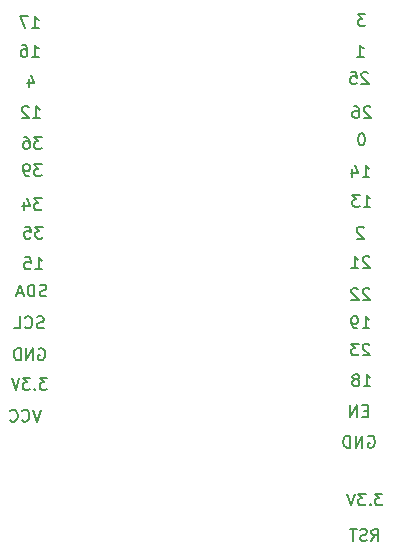
<source format=gbr>
%TF.GenerationSoftware,KiCad,Pcbnew,6.0.7-f9a2dced07~116~ubuntu20.04.1*%
%TF.CreationDate,2022-07-30T18:15:20+02:00*%
%TF.ProjectId,fatrug,66617472-7567-42e6-9b69-6361645f7063,rev?*%
%TF.SameCoordinates,Original*%
%TF.FileFunction,Legend,Bot*%
%TF.FilePolarity,Positive*%
%FSLAX46Y46*%
G04 Gerber Fmt 4.6, Leading zero omitted, Abs format (unit mm)*
G04 Created by KiCad (PCBNEW 6.0.7-f9a2dced07~116~ubuntu20.04.1) date 2022-07-30 18:15:20*
%MOMM*%
%LPD*%
G01*
G04 APERTURE LIST*
%ADD10C,0.150000*%
G04 APERTURE END LIST*
D10*
X66958333Y-92777380D02*
X66625000Y-93777380D01*
X66291666Y-92777380D01*
X65386904Y-93682142D02*
X65434523Y-93729761D01*
X65577380Y-93777380D01*
X65672619Y-93777380D01*
X65815476Y-93729761D01*
X65910714Y-93634523D01*
X65958333Y-93539285D01*
X66005952Y-93348809D01*
X66005952Y-93205952D01*
X65958333Y-93015476D01*
X65910714Y-92920238D01*
X65815476Y-92825000D01*
X65672619Y-92777380D01*
X65577380Y-92777380D01*
X65434523Y-92825000D01*
X65386904Y-92872619D01*
X64386904Y-93682142D02*
X64434523Y-93729761D01*
X64577380Y-93777380D01*
X64672619Y-93777380D01*
X64815476Y-93729761D01*
X64910714Y-93634523D01*
X64958333Y-93539285D01*
X65005952Y-93348809D01*
X65005952Y-93205952D01*
X64958333Y-93015476D01*
X64910714Y-92920238D01*
X64815476Y-92825000D01*
X64672619Y-92777380D01*
X64577380Y-92777380D01*
X64434523Y-92825000D01*
X64386904Y-92872619D01*
X67501190Y-90077380D02*
X66882142Y-90077380D01*
X67215476Y-90458333D01*
X67072619Y-90458333D01*
X66977380Y-90505952D01*
X66929761Y-90553571D01*
X66882142Y-90648809D01*
X66882142Y-90886904D01*
X66929761Y-90982142D01*
X66977380Y-91029761D01*
X67072619Y-91077380D01*
X67358333Y-91077380D01*
X67453571Y-91029761D01*
X67501190Y-90982142D01*
X66453571Y-90982142D02*
X66405952Y-91029761D01*
X66453571Y-91077380D01*
X66501190Y-91029761D01*
X66453571Y-90982142D01*
X66453571Y-91077380D01*
X66072619Y-90077380D02*
X65453571Y-90077380D01*
X65786904Y-90458333D01*
X65644047Y-90458333D01*
X65548809Y-90505952D01*
X65501190Y-90553571D01*
X65453571Y-90648809D01*
X65453571Y-90886904D01*
X65501190Y-90982142D01*
X65548809Y-91029761D01*
X65644047Y-91077380D01*
X65929761Y-91077380D01*
X66025000Y-91029761D01*
X66072619Y-90982142D01*
X65167857Y-90077380D02*
X64834523Y-91077380D01*
X64501190Y-90077380D01*
X66786904Y-87625000D02*
X66882142Y-87577380D01*
X67025000Y-87577380D01*
X67167857Y-87625000D01*
X67263095Y-87720238D01*
X67310714Y-87815476D01*
X67358333Y-88005952D01*
X67358333Y-88148809D01*
X67310714Y-88339285D01*
X67263095Y-88434523D01*
X67167857Y-88529761D01*
X67025000Y-88577380D01*
X66929761Y-88577380D01*
X66786904Y-88529761D01*
X66739285Y-88482142D01*
X66739285Y-88148809D01*
X66929761Y-88148809D01*
X66310714Y-88577380D02*
X66310714Y-87577380D01*
X65739285Y-88577380D01*
X65739285Y-87577380D01*
X65263095Y-88577380D02*
X65263095Y-87577380D01*
X65025000Y-87577380D01*
X64882142Y-87625000D01*
X64786904Y-87720238D01*
X64739285Y-87815476D01*
X64691666Y-88005952D01*
X64691666Y-88148809D01*
X64739285Y-88339285D01*
X64786904Y-88434523D01*
X64882142Y-88529761D01*
X65025000Y-88577380D01*
X65263095Y-88577380D01*
X67215476Y-85829761D02*
X67072619Y-85877380D01*
X66834523Y-85877380D01*
X66739285Y-85829761D01*
X66691666Y-85782142D01*
X66644047Y-85686904D01*
X66644047Y-85591666D01*
X66691666Y-85496428D01*
X66739285Y-85448809D01*
X66834523Y-85401190D01*
X67025000Y-85353571D01*
X67120238Y-85305952D01*
X67167857Y-85258333D01*
X67215476Y-85163095D01*
X67215476Y-85067857D01*
X67167857Y-84972619D01*
X67120238Y-84925000D01*
X67025000Y-84877380D01*
X66786904Y-84877380D01*
X66644047Y-84925000D01*
X65644047Y-85782142D02*
X65691666Y-85829761D01*
X65834523Y-85877380D01*
X65929761Y-85877380D01*
X66072619Y-85829761D01*
X66167857Y-85734523D01*
X66215476Y-85639285D01*
X66263095Y-85448809D01*
X66263095Y-85305952D01*
X66215476Y-85115476D01*
X66167857Y-85020238D01*
X66072619Y-84925000D01*
X65929761Y-84877380D01*
X65834523Y-84877380D01*
X65691666Y-84925000D01*
X65644047Y-84972619D01*
X64739285Y-85877380D02*
X65215476Y-85877380D01*
X65215476Y-84877380D01*
X67439285Y-83129761D02*
X67296428Y-83177380D01*
X67058333Y-83177380D01*
X66963095Y-83129761D01*
X66915476Y-83082142D01*
X66867857Y-82986904D01*
X66867857Y-82891666D01*
X66915476Y-82796428D01*
X66963095Y-82748809D01*
X67058333Y-82701190D01*
X67248809Y-82653571D01*
X67344047Y-82605952D01*
X67391666Y-82558333D01*
X67439285Y-82463095D01*
X67439285Y-82367857D01*
X67391666Y-82272619D01*
X67344047Y-82225000D01*
X67248809Y-82177380D01*
X67010714Y-82177380D01*
X66867857Y-82225000D01*
X66439285Y-83177380D02*
X66439285Y-82177380D01*
X66201190Y-82177380D01*
X66058333Y-82225000D01*
X65963095Y-82320238D01*
X65915476Y-82415476D01*
X65867857Y-82605952D01*
X65867857Y-82748809D01*
X65915476Y-82939285D01*
X65963095Y-83034523D01*
X66058333Y-83129761D01*
X66201190Y-83177380D01*
X66439285Y-83177380D01*
X65486904Y-82891666D02*
X65010714Y-82891666D01*
X65582142Y-83177380D02*
X65248809Y-82177380D01*
X64915476Y-83177380D01*
X66515476Y-80877380D02*
X67086904Y-80877380D01*
X66801190Y-80877380D02*
X66801190Y-79877380D01*
X66896428Y-80020238D01*
X66991666Y-80115476D01*
X67086904Y-80163095D01*
X65610714Y-79877380D02*
X66086904Y-79877380D01*
X66134523Y-80353571D01*
X66086904Y-80305952D01*
X65991666Y-80258333D01*
X65753571Y-80258333D01*
X65658333Y-80305952D01*
X65610714Y-80353571D01*
X65563095Y-80448809D01*
X65563095Y-80686904D01*
X65610714Y-80782142D01*
X65658333Y-80829761D01*
X65753571Y-80877380D01*
X65991666Y-80877380D01*
X66086904Y-80829761D01*
X66134523Y-80782142D01*
X67134523Y-77277380D02*
X66515476Y-77277380D01*
X66848809Y-77658333D01*
X66705952Y-77658333D01*
X66610714Y-77705952D01*
X66563095Y-77753571D01*
X66515476Y-77848809D01*
X66515476Y-78086904D01*
X66563095Y-78182142D01*
X66610714Y-78229761D01*
X66705952Y-78277380D01*
X66991666Y-78277380D01*
X67086904Y-78229761D01*
X67134523Y-78182142D01*
X65610714Y-77277380D02*
X66086904Y-77277380D01*
X66134523Y-77753571D01*
X66086904Y-77705952D01*
X65991666Y-77658333D01*
X65753571Y-77658333D01*
X65658333Y-77705952D01*
X65610714Y-77753571D01*
X65563095Y-77848809D01*
X65563095Y-78086904D01*
X65610714Y-78182142D01*
X65658333Y-78229761D01*
X65753571Y-78277380D01*
X65991666Y-78277380D01*
X66086904Y-78229761D01*
X66134523Y-78182142D01*
X67034523Y-74877380D02*
X66415476Y-74877380D01*
X66748809Y-75258333D01*
X66605952Y-75258333D01*
X66510714Y-75305952D01*
X66463095Y-75353571D01*
X66415476Y-75448809D01*
X66415476Y-75686904D01*
X66463095Y-75782142D01*
X66510714Y-75829761D01*
X66605952Y-75877380D01*
X66891666Y-75877380D01*
X66986904Y-75829761D01*
X67034523Y-75782142D01*
X65558333Y-75210714D02*
X65558333Y-75877380D01*
X65796428Y-74829761D02*
X66034523Y-75544047D01*
X65415476Y-75544047D01*
X67034523Y-71977380D02*
X66415476Y-71977380D01*
X66748809Y-72358333D01*
X66605952Y-72358333D01*
X66510714Y-72405952D01*
X66463095Y-72453571D01*
X66415476Y-72548809D01*
X66415476Y-72786904D01*
X66463095Y-72882142D01*
X66510714Y-72929761D01*
X66605952Y-72977380D01*
X66891666Y-72977380D01*
X66986904Y-72929761D01*
X67034523Y-72882142D01*
X65939285Y-72977380D02*
X65748809Y-72977380D01*
X65653571Y-72929761D01*
X65605952Y-72882142D01*
X65510714Y-72739285D01*
X65463095Y-72548809D01*
X65463095Y-72167857D01*
X65510714Y-72072619D01*
X65558333Y-72025000D01*
X65653571Y-71977380D01*
X65844047Y-71977380D01*
X65939285Y-72025000D01*
X65986904Y-72072619D01*
X66034523Y-72167857D01*
X66034523Y-72405952D01*
X65986904Y-72501190D01*
X65939285Y-72548809D01*
X65844047Y-72596428D01*
X65653571Y-72596428D01*
X65558333Y-72548809D01*
X65510714Y-72501190D01*
X65463095Y-72405952D01*
X67034523Y-69677380D02*
X66415476Y-69677380D01*
X66748809Y-70058333D01*
X66605952Y-70058333D01*
X66510714Y-70105952D01*
X66463095Y-70153571D01*
X66415476Y-70248809D01*
X66415476Y-70486904D01*
X66463095Y-70582142D01*
X66510714Y-70629761D01*
X66605952Y-70677380D01*
X66891666Y-70677380D01*
X66986904Y-70629761D01*
X67034523Y-70582142D01*
X65558333Y-69677380D02*
X65748809Y-69677380D01*
X65844047Y-69725000D01*
X65891666Y-69772619D01*
X65986904Y-69915476D01*
X66034523Y-70105952D01*
X66034523Y-70486904D01*
X65986904Y-70582142D01*
X65939285Y-70629761D01*
X65844047Y-70677380D01*
X65653571Y-70677380D01*
X65558333Y-70629761D01*
X65510714Y-70582142D01*
X65463095Y-70486904D01*
X65463095Y-70248809D01*
X65510714Y-70153571D01*
X65558333Y-70105952D01*
X65653571Y-70058333D01*
X65844047Y-70058333D01*
X65939285Y-70105952D01*
X65986904Y-70153571D01*
X66034523Y-70248809D01*
X66315476Y-68077380D02*
X66886904Y-68077380D01*
X66601190Y-68077380D02*
X66601190Y-67077380D01*
X66696428Y-67220238D01*
X66791666Y-67315476D01*
X66886904Y-67363095D01*
X65934523Y-67172619D02*
X65886904Y-67125000D01*
X65791666Y-67077380D01*
X65553571Y-67077380D01*
X65458333Y-67125000D01*
X65410714Y-67172619D01*
X65363095Y-67267857D01*
X65363095Y-67363095D01*
X65410714Y-67505952D01*
X65982142Y-68077380D01*
X65363095Y-68077380D01*
X65934523Y-64810714D02*
X65934523Y-65477380D01*
X66172619Y-64429761D02*
X66410714Y-65144047D01*
X65791666Y-65144047D01*
X66215476Y-62877380D02*
X66786904Y-62877380D01*
X66501190Y-62877380D02*
X66501190Y-61877380D01*
X66596428Y-62020238D01*
X66691666Y-62115476D01*
X66786904Y-62163095D01*
X65358333Y-61877380D02*
X65548809Y-61877380D01*
X65644047Y-61925000D01*
X65691666Y-61972619D01*
X65786904Y-62115476D01*
X65834523Y-62305952D01*
X65834523Y-62686904D01*
X65786904Y-62782142D01*
X65739285Y-62829761D01*
X65644047Y-62877380D01*
X65453571Y-62877380D01*
X65358333Y-62829761D01*
X65310714Y-62782142D01*
X65263095Y-62686904D01*
X65263095Y-62448809D01*
X65310714Y-62353571D01*
X65358333Y-62305952D01*
X65453571Y-62258333D01*
X65644047Y-62258333D01*
X65739285Y-62305952D01*
X65786904Y-62353571D01*
X65834523Y-62448809D01*
X66215476Y-60477380D02*
X66786904Y-60477380D01*
X66501190Y-60477380D02*
X66501190Y-59477380D01*
X66596428Y-59620238D01*
X66691666Y-59715476D01*
X66786904Y-59763095D01*
X65882142Y-59477380D02*
X65215476Y-59477380D01*
X65644047Y-60477380D01*
X94972619Y-103877380D02*
X95305952Y-103401190D01*
X95544047Y-103877380D02*
X95544047Y-102877380D01*
X95163095Y-102877380D01*
X95067857Y-102925000D01*
X95020238Y-102972619D01*
X94972619Y-103067857D01*
X94972619Y-103210714D01*
X95020238Y-103305952D01*
X95067857Y-103353571D01*
X95163095Y-103401190D01*
X95544047Y-103401190D01*
X94591666Y-103829761D02*
X94448809Y-103877380D01*
X94210714Y-103877380D01*
X94115476Y-103829761D01*
X94067857Y-103782142D01*
X94020238Y-103686904D01*
X94020238Y-103591666D01*
X94067857Y-103496428D01*
X94115476Y-103448809D01*
X94210714Y-103401190D01*
X94401190Y-103353571D01*
X94496428Y-103305952D01*
X94544047Y-103258333D01*
X94591666Y-103163095D01*
X94591666Y-103067857D01*
X94544047Y-102972619D01*
X94496428Y-102925000D01*
X94401190Y-102877380D01*
X94163095Y-102877380D01*
X94020238Y-102925000D01*
X93734523Y-102877380D02*
X93163095Y-102877380D01*
X93448809Y-103877380D02*
X93448809Y-102877380D01*
X95901190Y-99877380D02*
X95282142Y-99877380D01*
X95615476Y-100258333D01*
X95472619Y-100258333D01*
X95377380Y-100305952D01*
X95329761Y-100353571D01*
X95282142Y-100448809D01*
X95282142Y-100686904D01*
X95329761Y-100782142D01*
X95377380Y-100829761D01*
X95472619Y-100877380D01*
X95758333Y-100877380D01*
X95853571Y-100829761D01*
X95901190Y-100782142D01*
X94853571Y-100782142D02*
X94805952Y-100829761D01*
X94853571Y-100877380D01*
X94901190Y-100829761D01*
X94853571Y-100782142D01*
X94853571Y-100877380D01*
X94472619Y-99877380D02*
X93853571Y-99877380D01*
X94186904Y-100258333D01*
X94044047Y-100258333D01*
X93948809Y-100305952D01*
X93901190Y-100353571D01*
X93853571Y-100448809D01*
X93853571Y-100686904D01*
X93901190Y-100782142D01*
X93948809Y-100829761D01*
X94044047Y-100877380D01*
X94329761Y-100877380D01*
X94425000Y-100829761D01*
X94472619Y-100782142D01*
X93567857Y-99877380D02*
X93234523Y-100877380D01*
X92901190Y-99877380D01*
X94686904Y-95025000D02*
X94782142Y-94977380D01*
X94925000Y-94977380D01*
X95067857Y-95025000D01*
X95163095Y-95120238D01*
X95210714Y-95215476D01*
X95258333Y-95405952D01*
X95258333Y-95548809D01*
X95210714Y-95739285D01*
X95163095Y-95834523D01*
X95067857Y-95929761D01*
X94925000Y-95977380D01*
X94829761Y-95977380D01*
X94686904Y-95929761D01*
X94639285Y-95882142D01*
X94639285Y-95548809D01*
X94829761Y-95548809D01*
X94210714Y-95977380D02*
X94210714Y-94977380D01*
X93639285Y-95977380D01*
X93639285Y-94977380D01*
X93163095Y-95977380D02*
X93163095Y-94977380D01*
X92925000Y-94977380D01*
X92782142Y-95025000D01*
X92686904Y-95120238D01*
X92639285Y-95215476D01*
X92591666Y-95405952D01*
X92591666Y-95548809D01*
X92639285Y-95739285D01*
X92686904Y-95834523D01*
X92782142Y-95929761D01*
X92925000Y-95977380D01*
X93163095Y-95977380D01*
X94663095Y-92853571D02*
X94329761Y-92853571D01*
X94186904Y-93377380D02*
X94663095Y-93377380D01*
X94663095Y-92377380D01*
X94186904Y-92377380D01*
X93758333Y-93377380D02*
X93758333Y-92377380D01*
X93186904Y-93377380D01*
X93186904Y-92377380D01*
X94315476Y-90777380D02*
X94886904Y-90777380D01*
X94601190Y-90777380D02*
X94601190Y-89777380D01*
X94696428Y-89920238D01*
X94791666Y-90015476D01*
X94886904Y-90063095D01*
X93744047Y-90205952D02*
X93839285Y-90158333D01*
X93886904Y-90110714D01*
X93934523Y-90015476D01*
X93934523Y-89967857D01*
X93886904Y-89872619D01*
X93839285Y-89825000D01*
X93744047Y-89777380D01*
X93553571Y-89777380D01*
X93458333Y-89825000D01*
X93410714Y-89872619D01*
X93363095Y-89967857D01*
X93363095Y-90015476D01*
X93410714Y-90110714D01*
X93458333Y-90158333D01*
X93553571Y-90205952D01*
X93744047Y-90205952D01*
X93839285Y-90253571D01*
X93886904Y-90301190D01*
X93934523Y-90396428D01*
X93934523Y-90586904D01*
X93886904Y-90682142D01*
X93839285Y-90729761D01*
X93744047Y-90777380D01*
X93553571Y-90777380D01*
X93458333Y-90729761D01*
X93410714Y-90682142D01*
X93363095Y-90586904D01*
X93363095Y-90396428D01*
X93410714Y-90301190D01*
X93458333Y-90253571D01*
X93553571Y-90205952D01*
X94786904Y-87272619D02*
X94739285Y-87225000D01*
X94644047Y-87177380D01*
X94405952Y-87177380D01*
X94310714Y-87225000D01*
X94263095Y-87272619D01*
X94215476Y-87367857D01*
X94215476Y-87463095D01*
X94263095Y-87605952D01*
X94834523Y-88177380D01*
X94215476Y-88177380D01*
X93882142Y-87177380D02*
X93263095Y-87177380D01*
X93596428Y-87558333D01*
X93453571Y-87558333D01*
X93358333Y-87605952D01*
X93310714Y-87653571D01*
X93263095Y-87748809D01*
X93263095Y-87986904D01*
X93310714Y-88082142D01*
X93358333Y-88129761D01*
X93453571Y-88177380D01*
X93739285Y-88177380D01*
X93834523Y-88129761D01*
X93882142Y-88082142D01*
X94215476Y-85877380D02*
X94786904Y-85877380D01*
X94501190Y-85877380D02*
X94501190Y-84877380D01*
X94596428Y-85020238D01*
X94691666Y-85115476D01*
X94786904Y-85163095D01*
X93739285Y-85877380D02*
X93548809Y-85877380D01*
X93453571Y-85829761D01*
X93405952Y-85782142D01*
X93310714Y-85639285D01*
X93263095Y-85448809D01*
X93263095Y-85067857D01*
X93310714Y-84972619D01*
X93358333Y-84925000D01*
X93453571Y-84877380D01*
X93644047Y-84877380D01*
X93739285Y-84925000D01*
X93786904Y-84972619D01*
X93834523Y-85067857D01*
X93834523Y-85305952D01*
X93786904Y-85401190D01*
X93739285Y-85448809D01*
X93644047Y-85496428D01*
X93453571Y-85496428D01*
X93358333Y-85448809D01*
X93310714Y-85401190D01*
X93263095Y-85305952D01*
X94786904Y-82572619D02*
X94739285Y-82525000D01*
X94644047Y-82477380D01*
X94405952Y-82477380D01*
X94310714Y-82525000D01*
X94263095Y-82572619D01*
X94215476Y-82667857D01*
X94215476Y-82763095D01*
X94263095Y-82905952D01*
X94834523Y-83477380D01*
X94215476Y-83477380D01*
X93834523Y-82572619D02*
X93786904Y-82525000D01*
X93691666Y-82477380D01*
X93453571Y-82477380D01*
X93358333Y-82525000D01*
X93310714Y-82572619D01*
X93263095Y-82667857D01*
X93263095Y-82763095D01*
X93310714Y-82905952D01*
X93882142Y-83477380D01*
X93263095Y-83477380D01*
X94786904Y-79872619D02*
X94739285Y-79825000D01*
X94644047Y-79777380D01*
X94405952Y-79777380D01*
X94310714Y-79825000D01*
X94263095Y-79872619D01*
X94215476Y-79967857D01*
X94215476Y-80063095D01*
X94263095Y-80205952D01*
X94834523Y-80777380D01*
X94215476Y-80777380D01*
X93263095Y-80777380D02*
X93834523Y-80777380D01*
X93548809Y-80777380D02*
X93548809Y-79777380D01*
X93644047Y-79920238D01*
X93739285Y-80015476D01*
X93834523Y-80063095D01*
X94310714Y-77372619D02*
X94263095Y-77325000D01*
X94167857Y-77277380D01*
X93929761Y-77277380D01*
X93834523Y-77325000D01*
X93786904Y-77372619D01*
X93739285Y-77467857D01*
X93739285Y-77563095D01*
X93786904Y-77705952D01*
X94358333Y-78277380D01*
X93739285Y-78277380D01*
X94315476Y-75577380D02*
X94886904Y-75577380D01*
X94601190Y-75577380D02*
X94601190Y-74577380D01*
X94696428Y-74720238D01*
X94791666Y-74815476D01*
X94886904Y-74863095D01*
X93982142Y-74577380D02*
X93363095Y-74577380D01*
X93696428Y-74958333D01*
X93553571Y-74958333D01*
X93458333Y-75005952D01*
X93410714Y-75053571D01*
X93363095Y-75148809D01*
X93363095Y-75386904D01*
X93410714Y-75482142D01*
X93458333Y-75529761D01*
X93553571Y-75577380D01*
X93839285Y-75577380D01*
X93934523Y-75529761D01*
X93982142Y-75482142D01*
X94215476Y-73077380D02*
X94786904Y-73077380D01*
X94501190Y-73077380D02*
X94501190Y-72077380D01*
X94596428Y-72220238D01*
X94691666Y-72315476D01*
X94786904Y-72363095D01*
X93358333Y-72410714D02*
X93358333Y-73077380D01*
X93596428Y-72029761D02*
X93834523Y-72744047D01*
X93215476Y-72744047D01*
X94172619Y-69377380D02*
X94077380Y-69377380D01*
X93982142Y-69425000D01*
X93934523Y-69472619D01*
X93886904Y-69567857D01*
X93839285Y-69758333D01*
X93839285Y-69996428D01*
X93886904Y-70186904D01*
X93934523Y-70282142D01*
X93982142Y-70329761D01*
X94077380Y-70377380D01*
X94172619Y-70377380D01*
X94267857Y-70329761D01*
X94315476Y-70282142D01*
X94363095Y-70186904D01*
X94410714Y-69996428D01*
X94410714Y-69758333D01*
X94363095Y-69567857D01*
X94315476Y-69472619D01*
X94267857Y-69425000D01*
X94172619Y-69377380D01*
X94886904Y-67172619D02*
X94839285Y-67125000D01*
X94744047Y-67077380D01*
X94505952Y-67077380D01*
X94410714Y-67125000D01*
X94363095Y-67172619D01*
X94315476Y-67267857D01*
X94315476Y-67363095D01*
X94363095Y-67505952D01*
X94934523Y-68077380D01*
X94315476Y-68077380D01*
X93458333Y-67077380D02*
X93648809Y-67077380D01*
X93744047Y-67125000D01*
X93791666Y-67172619D01*
X93886904Y-67315476D01*
X93934523Y-67505952D01*
X93934523Y-67886904D01*
X93886904Y-67982142D01*
X93839285Y-68029761D01*
X93744047Y-68077380D01*
X93553571Y-68077380D01*
X93458333Y-68029761D01*
X93410714Y-67982142D01*
X93363095Y-67886904D01*
X93363095Y-67648809D01*
X93410714Y-67553571D01*
X93458333Y-67505952D01*
X93553571Y-67458333D01*
X93744047Y-67458333D01*
X93839285Y-67505952D01*
X93886904Y-67553571D01*
X93934523Y-67648809D01*
X94686904Y-64272619D02*
X94639285Y-64225000D01*
X94544047Y-64177380D01*
X94305952Y-64177380D01*
X94210714Y-64225000D01*
X94163095Y-64272619D01*
X94115476Y-64367857D01*
X94115476Y-64463095D01*
X94163095Y-64605952D01*
X94734523Y-65177380D01*
X94115476Y-65177380D01*
X93210714Y-64177380D02*
X93686904Y-64177380D01*
X93734523Y-64653571D01*
X93686904Y-64605952D01*
X93591666Y-64558333D01*
X93353571Y-64558333D01*
X93258333Y-64605952D01*
X93210714Y-64653571D01*
X93163095Y-64748809D01*
X93163095Y-64986904D01*
X93210714Y-65082142D01*
X93258333Y-65129761D01*
X93353571Y-65177380D01*
X93591666Y-65177380D01*
X93686904Y-65129761D01*
X93734523Y-65082142D01*
X93739285Y-62877380D02*
X94310714Y-62877380D01*
X94025000Y-62877380D02*
X94025000Y-61877380D01*
X94120238Y-62020238D01*
X94215476Y-62115476D01*
X94310714Y-62163095D01*
X94458333Y-59277380D02*
X93839285Y-59277380D01*
X94172619Y-59658333D01*
X94029761Y-59658333D01*
X93934523Y-59705952D01*
X93886904Y-59753571D01*
X93839285Y-59848809D01*
X93839285Y-60086904D01*
X93886904Y-60182142D01*
X93934523Y-60229761D01*
X94029761Y-60277380D01*
X94315476Y-60277380D01*
X94410714Y-60229761D01*
X94458333Y-60182142D01*
M02*

</source>
